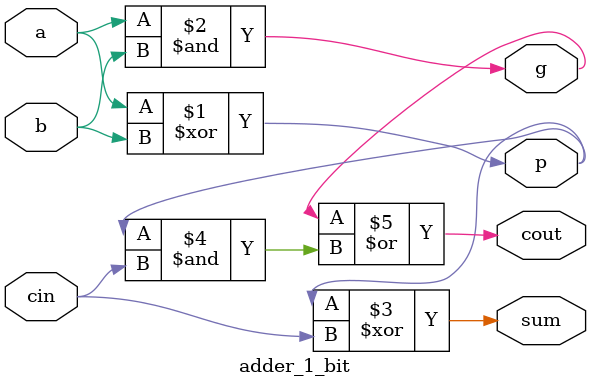
<source format=sv>
module adder_1_bit (a, b, cin, cout, sum, g, p);					//g: generate 				p: propagate
		input logic a, b, cin;		
		output logic cout, sum, g, p;
		
		assign p = a ^ b;
		assign g = a & b;
		
		assign sum = p ^ cin;
		assign cout = g | p & cin;
endmodule 
</source>
